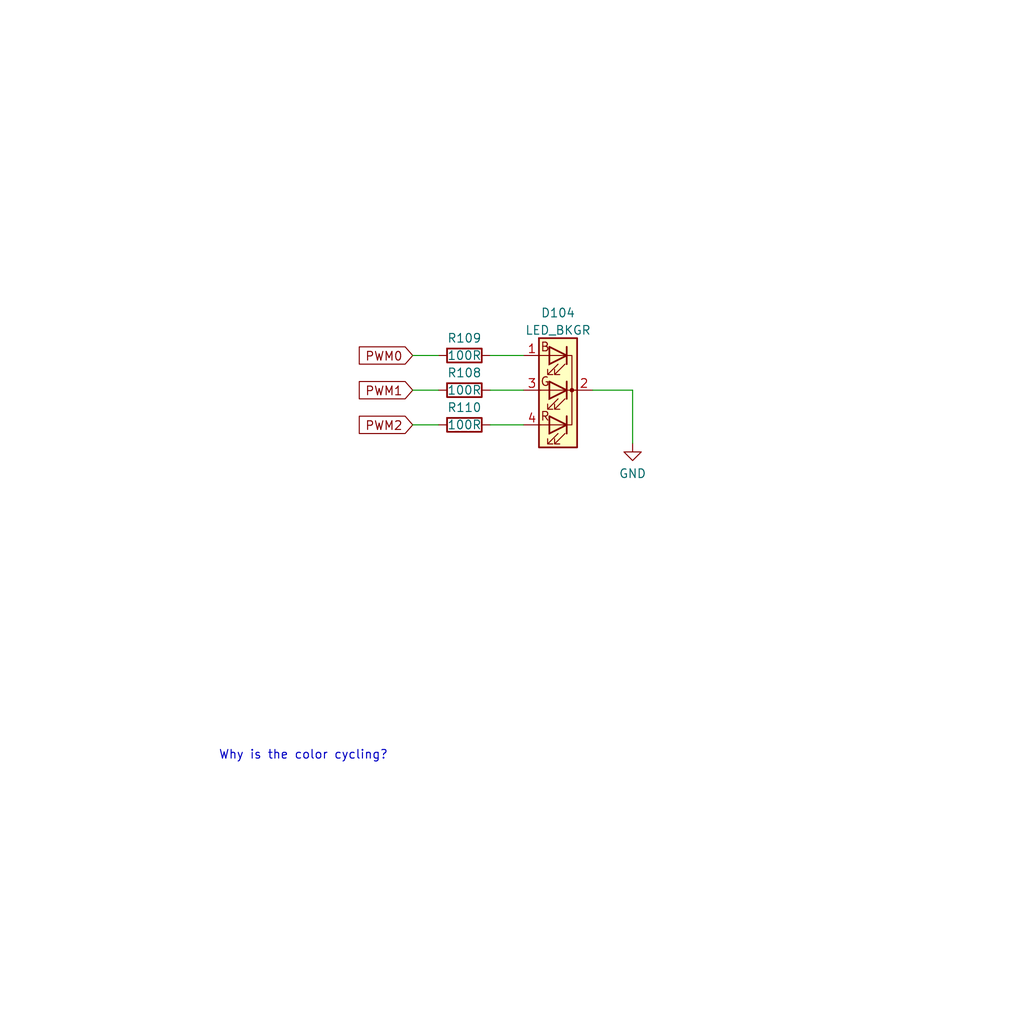
<source format=kicad_sch>
(kicad_sch (version 20211123) (generator eeschema)
  (paper "User" 150.012 150.012)
  (lib_symbols
    (symbol "Device:LED_BKGR" (pin_names (offset 0) hide)
      (property "Reference" "D" (at 0 9.398 0))
      (property "Value" "LED_BKGR" (at 0 -8.89 0))
      (symbol "LED_BKGR_0_0"
        (text "B" (at 1.905 -6.35 0) (effects (font (size 1.27 1.27))))
        (text "G" (at 1.905 -1.27 0) (effects (font (size 1.27 1.27))))
        (text "R" (at 1.905 3.81 0) (effects (font (size 1.27 1.27))))
      )
      (symbol "LED_BKGR_0_1"
        (circle (center -2.032 0) (radius 0.254) (fill (type outline)))
        (polyline (pts (xy -1.27 -5.08) (xy 1.27 -5.08)))
        (polyline (pts (xy -1.27 -3.81) (xy -1.27 -6.35)) (stroke (width 0.254)))
        (polyline (pts (xy -1.27 0) (xy -2.54 0)))
        (polyline (pts (xy -1.27 1.27) (xy -1.27 -1.27)) (stroke (width 0.254)))
        (polyline (pts (xy -1.27 5.08) (xy 1.27 5.08)))
        (polyline (pts (xy -1.27 6.35) (xy -1.27 3.81)) (stroke (width 0.254)))
        (polyline (pts (xy 1.27 -5.08) (xy 2.54 -5.08)))
        (polyline (pts (xy 1.27 0) (xy -1.27 0)))
        (polyline (pts (xy 1.27 0) (xy 2.54 0)))
        (polyline (pts (xy 1.27 5.08) (xy 2.54 5.08)))
        (polyline (pts (xy -1.27 1.27) (xy -1.27 -1.27) (xy -1.27 -1.27)))
        (polyline (pts (xy -1.27 6.35) (xy -1.27 3.81) (xy -1.27 3.81)))
        (polyline (pts (xy -1.27 5.08) (xy -2.032 5.08) (xy -2.032 -5.08) (xy -1.016 -5.08)))
        (polyline (pts (xy 1.27 -3.81) (xy 1.27 -6.35) (xy -1.27 -5.08) (xy 1.27 -3.81)) (stroke (width 0.254)))
        (polyline (pts (xy 1.27 1.27) (xy 1.27 -1.27) (xy -1.27 0) (xy 1.27 1.27)) (stroke (width 0.254)))
        (polyline (pts (xy 1.27 6.35) (xy 1.27 3.81) (xy -1.27 5.08) (xy 1.27 6.35)) (stroke (width 0.254)))
        (polyline (pts (xy -1.016 -3.81) (xy 0.508 -2.286) (xy -0.254 -2.286) (xy 0.508 -2.286) (xy 0.508 -3.048)))
        (polyline (pts (xy -1.016 1.27) (xy 0.508 2.794) (xy -0.254 2.794) (xy 0.508 2.794) (xy 0.508 2.032)))
        (polyline (pts (xy -1.016 6.35) (xy 0.508 7.874) (xy -0.254 7.874) (xy 0.508 7.874) (xy 0.508 7.112)))
        (polyline (pts (xy 0 -3.81) (xy 1.524 -2.286) (xy 0.762 -2.286) (xy 1.524 -2.286) (xy 1.524 -3.048)))
        (polyline (pts (xy 0 1.27) (xy 1.524 2.794) (xy 0.762 2.794) (xy 1.524 2.794) (xy 1.524 2.032)))
        (polyline (pts (xy 0 6.35) (xy 1.524 7.874) (xy 0.762 7.874) (xy 1.524 7.874) (xy 1.524 7.112)))
        (rectangle (start 1.27 -1.27) (end 1.27 1.27))
        (rectangle (start 1.27 1.27) (end 1.27 1.27))
        (rectangle (start 1.27 3.81) (end 1.27 6.35))
        (rectangle (start 1.27 6.35) (end 1.27 6.35))
        (rectangle (start 2.794 8.382) (end -2.794 -7.62) (stroke (width 0.254)) (fill (type background)))
      )
      (symbol "LED_BKGR_1_1"
        (pin passive line (at 5.08 -5.08 180) (length 2.54) (name "BA") (number "1"))
        (pin passive line (at -5.08 0 0) (length 2.54) (name "K") (number "2"))
        (pin passive line (at 5.08 0 180) (length 2.54) (name "GA") (number "3"))
        (pin passive line (at 5.08 5.08 180) (length 2.54) (name "RA") (number "4"))
      )
    )
    (symbol "Device:R" (pin_numbers hide) (pin_names (offset 0))
      (property "Reference" "R" (at 2.032 0 90))
      (property "Value" "R" (at 0 0 90))
      (symbol "R_0_1"
        (rectangle (start -1.016 -2.54) (end 1.016 2.54) (stroke (width 0.254)))
      )
      (symbol "R_1_1"
        (pin passive line (at 0 3.81 270) (length 1.27) (name "~") (number "1"))
        (pin passive line (at 0 -3.81 90) (length 1.27) (name "~") (number "2"))
      )
    )
    (symbol "power:GND" (power) (pin_names (offset 0))
      (property "Value" "GND" (at 0 -3.81 0))
      (symbol "GND_0_1"
        (polyline (pts (xy 0 0) (xy 0 -1.27) (xy 1.27 -1.27) (xy 0 -2.54) (xy -1.27 -1.27) (xy 0 -1.27)))
      )
      (symbol "GND_1_1"
        (pin power_in line (at 0 0 270) (length 0) hide (name "GND") (number "1"))
      )
    )
  )
  (wire (pts (xy 64.2112 57.15) (xy 60.452 57.15)))
  (wire (pts (xy 64.2112 52.07) (xy 60.452 52.07)))
  (wire (pts (xy 92.6592 57.15) (xy 92.6592 64.9224)))
  (wire (pts (xy 71.8312 52.07) (xy 76.6572 52.07)))
  (wire (pts (xy 86.8172 57.15) (xy 92.6592 57.15)))
  (wire (pts (xy 71.8312 62.23) (xy 76.6572 62.23)))
  (wire (pts (xy 60.452 62.23) (xy 64.2112 62.23)))
  (wire (pts (xy 71.8312 57.15) (xy 76.6572 57.15)))
  (text "Why is the color cycling?" (at 32.004 111.4552 0) (effects (font (size 1.27 1.27)) (justify left bottom)))
  (global_label "PWM2" (shape input) (at 60.452 62.23 180) (property "Intersheet References" "${INTERSHEET_REFS}" (effects hide)))
  (global_label "PWM0" (shape input) (at 60.452 52.07 180) (property "Intersheet References" "${INTERSHEET_REFS}" (effects hide)))
  (global_label "PWM1" (shape input) (at 60.452 57.15 180) (property "Intersheet References" "${INTERSHEET_REFS}" (effects hide)))
  (symbol (lib_id "Device:R") (at 68.0212 62.23 90) (unit 1)
    (property "Reference" "R110" (at 68.0212 59.69 90))
    (property "Value" "100R" (at 68.0212 62.23 90))
  )
  (symbol (lib_id "Device:LED_BKGR") (at 81.7372 57.15 180) (unit 1)
    (property "Reference" "D104" (at 81.7372 45.8302 0))
    (property "Value" "LED_BKGR" (at 81.7372 48.3671 0))
  )
  (symbol (lib_id "Device:R") (at 68.0212 57.15 90) (unit 1)
    (property "Reference" "R108" (at 68.0212 54.61 90))
    (property "Value" "100R" (at 68.0212 57.15 90))
  )
  (symbol (lib_id "power:GND") (at 92.6592 64.9224 0) (unit 1)
    (property "Reference" "#PWR?" (effects hide))
    (property "Value" "GND" (at 92.6592 69.3658 0))
  )
  (symbol (lib_id "Device:R") (at 68.0212 52.07 90) (unit 1)
    (property "Reference" "R109" (at 68.0212 49.53 90))
    (property "Value" "100R" (at 68.0212 52.07 90))
  )
)
</source>
